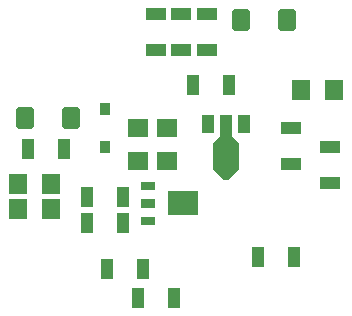
<source format=gbp>
G04*
G04 #@! TF.GenerationSoftware,Altium Limited,Altium Designer,22.5.1 (42)*
G04*
G04 Layer_Color=128*
%FSLAX25Y25*%
%MOIN*%
G70*
G04*
G04 #@! TF.SameCoordinates,55109760-4B7D-4162-96C6-5D1F9AFAF14A*
G04*
G04*
G04 #@! TF.FilePolarity,Positive*
G04*
G01*
G75*
%ADD20R,0.06299X0.07087*%
%ADD21R,0.04173X0.07165*%
%ADD56R,0.07165X0.04173*%
G04:AMPARAMS|DCode=57|XSize=59.06mil|YSize=70.87mil|CornerRadius=7.38mil|HoleSize=0mil|Usage=FLASHONLY|Rotation=0.000|XOffset=0mil|YOffset=0mil|HoleType=Round|Shape=RoundedRectangle|*
%AMROUNDEDRECTD57*
21,1,0.05906,0.05610,0,0,0.0*
21,1,0.04429,0.07087,0,0,0.0*
1,1,0.01476,0.02215,-0.02805*
1,1,0.01476,-0.02215,-0.02805*
1,1,0.01476,-0.02215,0.02805*
1,1,0.01476,0.02215,0.02805*
%
%ADD57ROUNDEDRECTD57*%
%ADD58R,0.03937X0.05906*%
%ADD59R,0.04724X0.03150*%
%ADD61R,0.09843X0.07874*%
%ADD62R,0.07087X0.06299*%
%ADD63R,0.03701X0.04016*%
G36*
X54859Y39075D02*
Y35923D01*
X59597D01*
Y39075D01*
X54859D01*
D02*
G37*
G36*
X87636Y48842D02*
Y57504D01*
X85274Y59866D01*
Y66953D01*
X81337D01*
Y59866D01*
X78975Y57504D01*
Y48842D01*
X82518Y45299D01*
X84093D01*
X87636Y48842D01*
D02*
G37*
D20*
X119424Y75300D02*
D03*
X108400D02*
D03*
X13888Y35500D02*
D03*
X24912D02*
D03*
X13888Y44000D02*
D03*
X24912D02*
D03*
D21*
X36884Y39500D02*
D03*
X48916D02*
D03*
X17400Y55500D02*
D03*
X29432D02*
D03*
X36884Y31000D02*
D03*
X48916D02*
D03*
X93884Y19600D02*
D03*
X105916D02*
D03*
X43484Y15500D02*
D03*
X55516D02*
D03*
X84416Y77000D02*
D03*
X72384D02*
D03*
X53984Y6000D02*
D03*
X66016D02*
D03*
D56*
X104800Y62731D02*
D03*
Y50700D02*
D03*
X117900Y56216D02*
D03*
Y44184D02*
D03*
X59900Y88484D02*
D03*
Y100516D02*
D03*
X77100D02*
D03*
Y88484D02*
D03*
X68400D02*
D03*
Y100516D02*
D03*
D57*
X103577Y98500D02*
D03*
X88223D02*
D03*
X16323Y66000D02*
D03*
X31677D02*
D03*
D58*
X89211Y64000D02*
D03*
X77400D02*
D03*
D59*
X57235Y31594D02*
D03*
Y43406D02*
D03*
D61*
X68889Y37500D02*
D03*
D62*
X63700Y62512D02*
D03*
Y51488D02*
D03*
X53777Y62512D02*
D03*
Y51488D02*
D03*
D63*
X42900Y56201D02*
D03*
Y68799D02*
D03*
M02*

</source>
